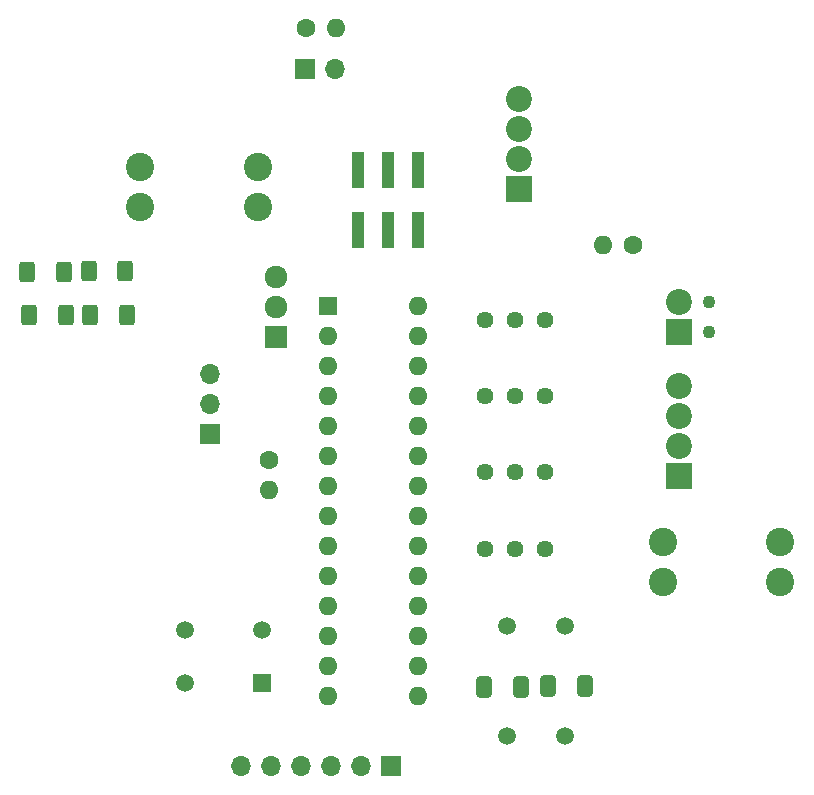
<source format=gbr>
%TF.GenerationSoftware,KiCad,Pcbnew,8.0.1-rc1*%
%TF.CreationDate,2024-06-08T14:56:59-07:00*%
%TF.ProjectId,AMS - CANBus Sensor - Pressure,414d5320-2d20-4434-914e-427573205365,rev?*%
%TF.SameCoordinates,Original*%
%TF.FileFunction,Soldermask,Top*%
%TF.FilePolarity,Negative*%
%FSLAX46Y46*%
G04 Gerber Fmt 4.6, Leading zero omitted, Abs format (unit mm)*
G04 Created by KiCad (PCBNEW 8.0.1-rc1) date 2024-06-08 14:56:59*
%MOMM*%
%LPD*%
G01*
G04 APERTURE LIST*
G04 Aperture macros list*
%AMRoundRect*
0 Rectangle with rounded corners*
0 $1 Rounding radius*
0 $2 $3 $4 $5 $6 $7 $8 $9 X,Y pos of 4 corners*
0 Add a 4 corners polygon primitive as box body*
4,1,4,$2,$3,$4,$5,$6,$7,$8,$9,$2,$3,0*
0 Add four circle primitives for the rounded corners*
1,1,$1+$1,$2,$3*
1,1,$1+$1,$4,$5*
1,1,$1+$1,$6,$7*
1,1,$1+$1,$8,$9*
0 Add four rect primitives between the rounded corners*
20,1,$1+$1,$2,$3,$4,$5,0*
20,1,$1+$1,$4,$5,$6,$7,0*
20,1,$1+$1,$6,$7,$8,$9,0*
20,1,$1+$1,$8,$9,$2,$3,0*%
G04 Aperture macros list end*
%ADD10RoundRect,0.250000X-0.400000X-0.625000X0.400000X-0.625000X0.400000X0.625000X-0.400000X0.625000X0*%
%ADD11RoundRect,0.250000X-0.412500X-0.650000X0.412500X-0.650000X0.412500X0.650000X-0.412500X0.650000X0*%
%ADD12C,1.440000*%
%ADD13C,1.100000*%
%ADD14R,2.200000X2.200000*%
%ADD15C,2.200000*%
%ADD16C,1.600000*%
%ADD17O,1.600000X1.600000*%
%ADD18RoundRect,0.250000X0.400000X0.625000X-0.400000X0.625000X-0.400000X-0.625000X0.400000X-0.625000X0*%
%ADD19R,1.700000X1.700000*%
%ADD20O,1.700000X1.700000*%
%ADD21C,2.400000*%
%ADD22R,1.000000X3.150000*%
%ADD23R,1.600000X1.600000*%
%ADD24R,1.920000X1.920000*%
%ADD25C,1.920000*%
%ADD26C,1.500000*%
%ADD27R,1.500000X1.500000*%
%ADD28RoundRect,0.250000X0.412500X0.650000X-0.412500X0.650000X-0.412500X-0.650000X0.412500X-0.650000X0*%
G04 APERTURE END LIST*
D10*
%TO.C,R10*%
X120710400Y-78872500D03*
X123810400Y-78872500D03*
%TD*%
D11*
%TO.C,C3*%
X154187000Y-114014800D03*
X157312000Y-114014800D03*
%TD*%
D12*
%TO.C,RV2*%
X154274400Y-95885200D03*
X156814400Y-95885200D03*
X159354400Y-95885200D03*
%TD*%
D13*
%TO.C,J6*%
X173258000Y-84022300D03*
X173258000Y-81482300D03*
D14*
X170718000Y-84022300D03*
D15*
X170718000Y-81482300D03*
%TD*%
D12*
%TO.C,RV3*%
X154274400Y-89435200D03*
X156814400Y-89435200D03*
X159354400Y-89435200D03*
%TD*%
D16*
%TO.C,R7*%
X139116100Y-58260700D03*
D17*
X141656100Y-58260700D03*
%TD*%
D14*
%TO.C,J1*%
X157148000Y-71872800D03*
D15*
X157148000Y-69332800D03*
X157148000Y-66792800D03*
X157148000Y-64252800D03*
%TD*%
D18*
%TO.C,R13*%
X118580700Y-78928700D03*
X115480700Y-78928700D03*
%TD*%
D16*
%TO.C,NTC1*%
X135965600Y-94809500D03*
D17*
X135965600Y-97349500D03*
%TD*%
D19*
%TO.C,J3*%
X146254600Y-120744200D03*
D20*
X143714600Y-120744200D03*
X141174600Y-120744200D03*
X138634600Y-120744200D03*
X136094600Y-120744200D03*
X133554600Y-120744200D03*
%TD*%
D12*
%TO.C,RV1*%
X154274400Y-102335200D03*
X156814400Y-102335200D03*
X159354400Y-102335200D03*
%TD*%
D21*
%TO.C,U5*%
X134999500Y-70018000D03*
X134999500Y-73418000D03*
X125079500Y-70018000D03*
X125079500Y-73418000D03*
%TD*%
D16*
%TO.C,R6*%
X166799100Y-76611000D03*
D17*
X164259100Y-76611000D03*
%TD*%
D18*
%TO.C,R12*%
X118744200Y-82579600D03*
X115644200Y-82579600D03*
%TD*%
D10*
%TO.C,R11*%
X120808500Y-82593100D03*
X123908500Y-82593100D03*
%TD*%
D19*
%TO.C,Powerboard1*%
X130976300Y-92602600D03*
D20*
X130976300Y-90062600D03*
X130976300Y-87522600D03*
%TD*%
D22*
%TO.C,J4*%
X148585100Y-70282000D03*
X148585100Y-75332000D03*
X146045100Y-70282000D03*
X146045100Y-75332000D03*
X143505100Y-70282000D03*
X143505100Y-75332000D03*
%TD*%
D23*
%TO.C,U2*%
X140929500Y-81761800D03*
D17*
X140929500Y-84301800D03*
X140929500Y-86841800D03*
X140929500Y-89381800D03*
X140929500Y-91921800D03*
X140929500Y-94461800D03*
X140929500Y-97001800D03*
X140929500Y-99541800D03*
X140929500Y-102081800D03*
X140929500Y-104621800D03*
X140929500Y-107161800D03*
X140929500Y-109701800D03*
X140929500Y-112241800D03*
X140929500Y-114781800D03*
X148549500Y-114781800D03*
X148549500Y-112241800D03*
X148549500Y-109701800D03*
X148549500Y-107161800D03*
X148549500Y-104621800D03*
X148549500Y-102081800D03*
X148549500Y-99541800D03*
X148549500Y-97001800D03*
X148549500Y-94461800D03*
X148549500Y-91921800D03*
X148549500Y-89381800D03*
X148549500Y-86841800D03*
X148549500Y-84301800D03*
X148549500Y-81761800D03*
%TD*%
D19*
%TO.C,J5*%
X139049600Y-61738500D03*
D20*
X141589600Y-61738500D03*
%TD*%
D24*
%TO.C,Q1*%
X136586000Y-84423600D03*
D25*
X136586000Y-81883600D03*
X136586000Y-79343600D03*
%TD*%
D14*
%TO.C,J2*%
X170699000Y-96212100D03*
D15*
X170699000Y-93672100D03*
X170699000Y-91132100D03*
X170699000Y-88592100D03*
%TD*%
D12*
%TO.C,RV4*%
X154274400Y-82985200D03*
X156814400Y-82985200D03*
X159354400Y-82985200D03*
%TD*%
D26*
%TO.C,Y2*%
X156129700Y-108923600D03*
X161009700Y-108923600D03*
%TD*%
D27*
%TO.C,Reset1*%
X135385300Y-113752500D03*
D26*
X128885300Y-113752500D03*
X135385300Y-109252500D03*
X128885300Y-109252500D03*
%TD*%
D28*
%TO.C,C5*%
X162712000Y-114002500D03*
X159587000Y-114002500D03*
%TD*%
D26*
%TO.C,Y1*%
X156104800Y-118178000D03*
X160984800Y-118178000D03*
%TD*%
D21*
%TO.C,U1*%
X179270500Y-101766200D03*
X179270500Y-105166200D03*
X169350500Y-101766200D03*
X169350500Y-105166200D03*
%TD*%
M02*

</source>
